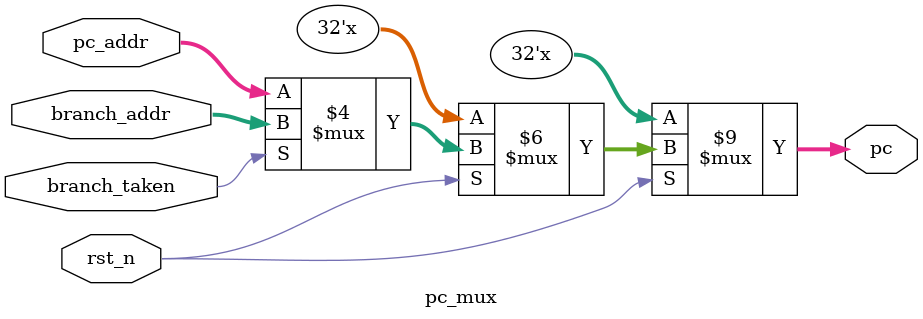
<source format=v>
`timescale 1ns / 1ps


module pc_mux(
    input wire rst_n,
    input wire [31:0] pc_addr,
    input wire [31:0] branch_addr,
    input wire branch_taken,
    output reg [31:0] pc

);

always @(*) begin
    if (rst_n) begin //rst_n is active low
        if (branch_taken) begin
            pc = branch_addr;
        end
        else begin
            pc = pc_addr;
        end   
    end  
          
end
endmodule

</source>
